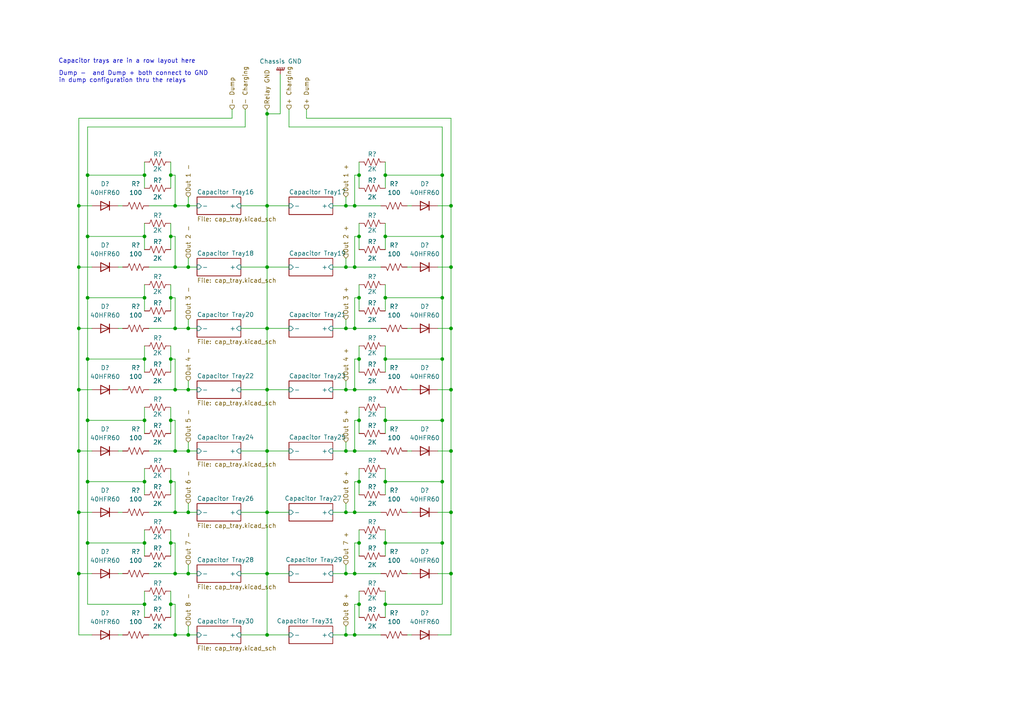
<source format=kicad_sch>
(kicad_sch (version 20231120) (generator "eeschema") (generator_version "8.0")
  (paper "A4")
  (lib_symbols
    (symbol "Device:D" (pin_numbers hide) (pin_names (offset 1.016) hide)
      (property "Reference" "D" (at 0 2.54 0))
      (property "Value" "D" (at 0 -2.54 0))
      (symbol "D_0_1"
        (polyline (pts (xy -1.27 1.27) (xy -1.27 -1.27)) (stroke (width 0.254)))
        (polyline (pts (xy 1.27 0) (xy -1.27 0)))
        (polyline (pts (xy 1.27 1.27) (xy 1.27 -1.27) (xy -1.27 0) (xy 1.27 1.27)) (stroke (width 0.254)))
      )
      (symbol "D_1_1"
        (pin passive line (at -3.81 0 0) (length 2.54) (name "K") (number "1"))
        (pin passive line (at 3.81 0 180) (length 2.54) (name "A") (number "2"))
      )
    )
    (symbol "Device:R_US" (pin_numbers hide) (pin_names (offset 0))
      (property "Reference" "R" (at 2.54 0 90))
      (property "Value" "R_US" (at -2.54 0 90))
      (symbol "R_US_0_1"
        (polyline (pts (xy 0 -2.286) (xy 0 -2.54)))
        (polyline (pts (xy 0 2.286) (xy 0 2.54)))
        (polyline (pts (xy 0 -0.762) (xy 1.016 -1.143) (xy 0 -1.524) (xy -1.016 -1.905) (xy 0 -2.286)))
        (polyline (pts (xy 0 0.762) (xy 1.016 0.381) (xy 0 0) (xy -1.016 -0.381) (xy 0 -0.762)))
        (polyline (pts (xy 0 2.286) (xy 1.016 1.905) (xy 0 1.524) (xy -1.016 1.143) (xy 0 0.762)))
      )
      (symbol "R_US_1_1"
        (pin passive line (at 0 3.81 270) (length 1.27) (name "~") (number "1"))
        (pin passive line (at 0 -3.81 90) (length 1.27) (name "~") (number "2"))
      )
    )
    (symbol "power:GNDPWR" (power) (pin_numbers hide) (pin_names (offset 0) hide)
      (property "Value" "GNDPWR" (at 0 -3.302 0))
      (symbol "GNDPWR_0_1"
        (polyline (pts (xy 0 -1.27) (xy 0 0)))
        (polyline (pts (xy -1.016 -1.27) (xy -1.27 -2.032) (xy -1.27 -2.032)) (stroke (width 0.2032)))
        (polyline (pts (xy -0.508 -1.27) (xy -0.762 -2.032) (xy -0.762 -2.032)) (stroke (width 0.2032)))
        (polyline (pts (xy 0 -1.27) (xy -0.254 -2.032) (xy -0.254 -2.032)) (stroke (width 0.2032)))
        (polyline (pts (xy 0.508 -1.27) (xy 0.254 -2.032) (xy 0.254 -2.032)) (stroke (width 0.2032)))
        (polyline (pts (xy 1.016 -1.27) (xy -1.016 -1.27) (xy -1.016 -1.27)) (stroke (width 0.2032)))
        (polyline (pts (xy 1.016 -1.27) (xy 0.762 -2.032) (xy 0.762 -2.032) (xy 0.762 -2.032)) (stroke (width 0.2032)))
      )
      (symbol "GNDPWR_1_1"
        (pin power_in line (at 0 0 270) (length 0) (name "~") (number "1"))
      )
    )
  )
  (junction (at 77.47 59.69))
  (junction (at 130.81 130.81))
  (junction (at 49.53 157.48))
  (junction (at 100.33 184.15))
  (junction (at 130.81 166.37))
  (junction (at 100.33 95.25))
  (junction (at 49.53 104.14))
  (junction (at 41.91 104.14))
  (junction (at 111.76 68.58))
  (junction (at 128.27 157.48))
  (junction (at 50.8 148.59))
  (junction (at 77.47 113.03))
  (junction (at 49.53 175.26))
  (junction (at 41.91 86.36))
  (junction (at 25.4 68.58))
  (junction (at 54.61 148.59))
  (junction (at 130.81 77.47))
  (junction (at 25.4 50.8))
  (junction (at 50.8 59.69))
  (junction (at 25.4 86.36))
  (junction (at 100.33 59.69))
  (junction (at 102.87 148.59))
  (junction (at 77.47 148.59))
  (junction (at 50.8 130.81))
  (junction (at 102.87 184.15))
  (junction (at 49.53 121.92))
  (junction (at 130.81 95.25))
  (junction (at 102.87 113.03))
  (junction (at 102.87 59.69))
  (junction (at 128.27 50.8))
  (junction (at 104.14 139.7))
  (junction (at 111.76 121.92))
  (junction (at 100.33 113.03))
  (junction (at 111.76 139.7))
  (junction (at 54.61 113.03))
  (junction (at 102.87 130.81))
  (junction (at 111.76 175.26))
  (junction (at 100.33 166.37))
  (junction (at 102.87 166.37))
  (junction (at 41.91 68.58))
  (junction (at 104.14 86.36))
  (junction (at 111.76 104.14))
  (junction (at 54.61 130.81))
  (junction (at 49.53 68.58))
  (junction (at 22.86 59.69))
  (junction (at 111.76 157.48))
  (junction (at 77.47 166.37))
  (junction (at 22.86 148.59))
  (junction (at 41.91 50.8))
  (junction (at 104.14 121.92))
  (junction (at 104.14 68.58))
  (junction (at 100.33 77.47))
  (junction (at 50.8 166.37))
  (junction (at 49.53 139.7))
  (junction (at 54.61 77.47))
  (junction (at 22.86 130.81))
  (junction (at 104.14 175.26))
  (junction (at 111.76 86.36))
  (junction (at 22.86 77.47))
  (junction (at 22.86 95.25))
  (junction (at 111.76 50.8))
  (junction (at 128.27 139.7))
  (junction (at 41.91 121.92))
  (junction (at 54.61 184.15))
  (junction (at 128.27 104.14))
  (junction (at 49.53 50.8))
  (junction (at 77.47 95.25))
  (junction (at 25.4 139.7))
  (junction (at 41.91 157.48))
  (junction (at 54.61 166.37))
  (junction (at 54.61 95.25))
  (junction (at 130.81 113.03))
  (junction (at 50.8 95.25))
  (junction (at 128.27 121.92))
  (junction (at 102.87 77.47))
  (junction (at 100.33 130.81))
  (junction (at 128.27 86.36))
  (junction (at 104.14 50.8))
  (junction (at 77.47 130.81))
  (junction (at 25.4 121.92))
  (junction (at 77.47 184.15))
  (junction (at 25.4 157.48))
  (junction (at 128.27 68.58))
  (junction (at 49.53 86.36))
  (junction (at 50.8 77.47))
  (junction (at 22.86 166.37))
  (junction (at 130.81 148.59))
  (junction (at 41.91 139.7))
  (junction (at 50.8 184.15))
  (junction (at 50.8 113.03))
  (junction (at 77.47 77.47))
  (junction (at 104.14 104.14))
  (junction (at 54.61 59.69))
  (junction (at 104.14 157.48))
  (junction (at 102.87 95.25))
  (junction (at 130.81 59.69))
  (junction (at 22.86 113.03))
  (junction (at 77.47 33.02))
  (junction (at 41.91 175.26))
  (junction (at 25.4 104.14))
  (junction (at 100.33 148.59))
  (wire (pts (xy 111.76 118.11) (xy 111.76 121.92)))
  (wire (pts (xy 49.53 121.92) (xy 50.8 121.92)))
  (wire (pts (xy 128.27 68.58) (xy 128.27 86.36)))
  (wire (pts (xy 102.87 148.59) (xy 100.33 148.59)))
  (wire (pts (xy 130.81 184.15) (xy 127 184.15)))
  (wire (pts (xy 77.47 33.02) (xy 81.28 33.02)))
  (wire (pts (xy 102.87 77.47) (xy 100.33 77.47)))
  (wire (pts (xy 41.91 100.33) (xy 41.91 104.14)))
  (wire (pts (xy 41.91 68.58) (xy 41.91 72.39)))
  (wire (pts (xy 104.14 50.8) (xy 104.14 54.61)))
  (wire (pts (xy 77.47 148.59) (xy 77.47 166.37)))
  (wire (pts (xy 22.86 166.37) (xy 26.67 166.37)))
  (wire (pts (xy 41.91 118.11) (xy 41.91 121.92)))
  (wire (pts (xy 22.86 34.29) (xy 22.86 59.69)))
  (wire (pts (xy 69.85 59.69) (xy 77.47 59.69)))
  (wire (pts (xy 49.53 139.7) (xy 50.8 139.7)))
  (wire (pts (xy 102.87 157.48) (xy 102.87 166.37)))
  (wire (pts (xy 100.33 181.61) (xy 100.33 184.15)))
  (wire (pts (xy 22.86 148.59) (xy 26.67 148.59)))
  (wire (pts (xy 77.47 59.69) (xy 83.82 59.69)))
  (wire (pts (xy 119.38 59.69) (xy 118.11 59.69)))
  (wire (pts (xy 25.4 121.92) (xy 41.91 121.92)))
  (wire (pts (xy 54.61 163.83) (xy 54.61 166.37)))
  (wire (pts (xy 50.8 130.81) (xy 54.61 130.81)))
  (wire (pts (xy 25.4 121.92) (xy 25.4 139.7)))
  (wire (pts (xy 83.82 36.83) (xy 83.82 31.75)))
  (wire (pts (xy 49.53 50.8) (xy 50.8 50.8)))
  (wire (pts (xy 25.4 104.14) (xy 25.4 121.92)))
  (wire (pts (xy 110.49 95.25) (xy 102.87 95.25)))
  (wire (pts (xy 111.76 171.45) (xy 111.76 175.26)))
  (wire (pts (xy 128.27 157.48) (xy 128.27 175.26)))
  (wire (pts (xy 100.33 148.59) (xy 96.52 148.59)))
  (wire (pts (xy 43.18 166.37) (xy 50.8 166.37)))
  (wire (pts (xy 67.31 34.29) (xy 22.86 34.29)))
  (wire (pts (xy 119.38 184.15) (xy 118.11 184.15)))
  (wire (pts (xy 49.53 100.33) (xy 49.53 104.14)))
  (wire (pts (xy 22.86 77.47) (xy 22.86 95.25)))
  (wire (pts (xy 69.85 148.59) (xy 77.47 148.59)))
  (wire (pts (xy 100.33 110.49) (xy 100.33 113.03)))
  (wire (pts (xy 102.87 50.8) (xy 102.87 59.69)))
  (wire (pts (xy 22.86 95.25) (xy 26.67 95.25)))
  (wire (pts (xy 41.91 171.45) (xy 41.91 175.26)))
  (wire (pts (xy 71.12 31.75) (xy 71.12 36.83)))
  (wire (pts (xy 49.53 68.58) (xy 50.8 68.58)))
  (wire (pts (xy 77.47 33.02) (xy 77.47 59.69)))
  (wire (pts (xy 104.14 157.48) (xy 102.87 157.48)))
  (wire (pts (xy 50.8 77.47) (xy 54.61 77.47)))
  (wire (pts (xy 110.49 59.69) (xy 102.87 59.69)))
  (wire (pts (xy 128.27 121.92) (xy 111.76 121.92)))
  (wire (pts (xy 49.53 175.26) (xy 50.8 175.26)))
  (wire (pts (xy 43.18 95.25) (xy 50.8 95.25)))
  (wire (pts (xy 41.91 121.92) (xy 41.91 125.73)))
  (wire (pts (xy 54.61 148.59) (xy 57.15 148.59)))
  (wire (pts (xy 77.47 31.75) (xy 77.47 33.02)))
  (wire (pts (xy 41.91 86.36) (xy 41.91 90.17)))
  (wire (pts (xy 50.8 157.48) (xy 50.8 166.37)))
  (wire (pts (xy 41.91 135.89) (xy 41.91 139.7)))
  (wire (pts (xy 88.9 34.29) (xy 130.81 34.29)))
  (wire (pts (xy 54.61 59.69) (xy 57.15 59.69)))
  (wire (pts (xy 41.91 153.67) (xy 41.91 157.48)))
  (wire (pts (xy 130.81 113.03) (xy 130.81 130.81)))
  (wire (pts (xy 110.49 130.81) (xy 102.87 130.81)))
  (wire (pts (xy 111.76 104.14) (xy 111.76 107.95)))
  (wire (pts (xy 130.81 77.47) (xy 127 77.47)))
  (wire (pts (xy 102.87 166.37) (xy 100.33 166.37)))
  (wire (pts (xy 41.91 64.77) (xy 41.91 68.58)))
  (wire (pts (xy 100.33 92.71) (xy 100.33 95.25)))
  (wire (pts (xy 34.29 130.81) (xy 35.56 130.81)))
  (wire (pts (xy 54.61 74.93) (xy 54.61 77.47)))
  (wire (pts (xy 49.53 104.14) (xy 50.8 104.14)))
  (wire (pts (xy 104.14 175.26) (xy 104.14 179.07)))
  (wire (pts (xy 104.14 64.77) (xy 104.14 68.58)))
  (wire (pts (xy 25.4 68.58) (xy 41.91 68.58)))
  (wire (pts (xy 102.87 130.81) (xy 100.33 130.81)))
  (wire (pts (xy 102.87 95.25) (xy 100.33 95.25)))
  (wire (pts (xy 54.61 95.25) (xy 57.15 95.25)))
  (wire (pts (xy 111.76 157.48) (xy 111.76 161.29)))
  (wire (pts (xy 104.14 175.26) (xy 102.87 175.26)))
  (wire (pts (xy 25.4 157.48) (xy 41.91 157.48)))
  (wire (pts (xy 128.27 68.58) (xy 111.76 68.58)))
  (wire (pts (xy 100.33 128.27) (xy 100.33 130.81)))
  (wire (pts (xy 104.14 104.14) (xy 102.87 104.14)))
  (wire (pts (xy 22.86 130.81) (xy 26.67 130.81)))
  (wire (pts (xy 25.4 36.83) (xy 25.4 50.8)))
  (wire (pts (xy 130.81 166.37) (xy 130.81 184.15)))
  (wire (pts (xy 49.53 153.67) (xy 49.53 157.48)))
  (wire (pts (xy 77.47 148.59) (xy 83.82 148.59)))
  (wire (pts (xy 100.33 166.37) (xy 96.52 166.37)))
  (wire (pts (xy 50.8 104.14) (xy 50.8 113.03)))
  (wire (pts (xy 49.53 82.55) (xy 49.53 86.36)))
  (wire (pts (xy 54.61 130.81) (xy 57.15 130.81)))
  (wire (pts (xy 104.14 46.99) (xy 104.14 50.8)))
  (wire (pts (xy 104.14 86.36) (xy 104.14 90.17)))
  (wire (pts (xy 49.53 64.77) (xy 49.53 68.58)))
  (wire (pts (xy 77.47 130.81) (xy 83.82 130.81)))
  (wire (pts (xy 50.8 175.26) (xy 50.8 184.15)))
  (wire (pts (xy 100.33 184.15) (xy 96.52 184.15)))
  (wire (pts (xy 25.4 175.26) (xy 41.91 175.26)))
  (wire (pts (xy 77.47 113.03) (xy 83.82 113.03)))
  (wire (pts (xy 100.33 77.47) (xy 96.52 77.47)))
  (wire (pts (xy 22.86 113.03) (xy 22.86 130.81)))
  (wire (pts (xy 22.86 166.37) (xy 22.86 184.15)))
  (wire (pts (xy 67.31 31.75) (xy 67.31 34.29)))
  (wire (pts (xy 41.91 104.14) (xy 41.91 107.95)))
  (wire (pts (xy 104.14 135.89) (xy 104.14 139.7)))
  (wire (pts (xy 22.86 113.03) (xy 26.67 113.03)))
  (wire (pts (xy 100.33 163.83) (xy 100.33 166.37)))
  (wire (pts (xy 104.14 157.48) (xy 104.14 161.29)))
  (wire (pts (xy 54.61 146.05) (xy 54.61 148.59)))
  (wire (pts (xy 100.33 57.15) (xy 100.33 59.69)))
  (wire (pts (xy 130.81 59.69) (xy 130.81 77.47)))
  (wire (pts (xy 50.8 86.36) (xy 50.8 95.25)))
  (wire (pts (xy 128.27 36.83) (xy 83.82 36.83)))
  (wire (pts (xy 50.8 148.59) (xy 54.61 148.59)))
  (wire (pts (xy 41.91 46.99) (xy 41.91 50.8)))
  (wire (pts (xy 43.18 59.69) (xy 50.8 59.69)))
  (wire (pts (xy 119.38 130.81) (xy 118.11 130.81)))
  (wire (pts (xy 50.8 113.03) (xy 54.61 113.03)))
  (wire (pts (xy 54.61 181.61) (xy 54.61 184.15)))
  (wire (pts (xy 110.49 113.03) (xy 102.87 113.03)))
  (wire (pts (xy 49.53 118.11) (xy 49.53 121.92)))
  (wire (pts (xy 111.76 82.55) (xy 111.76 86.36)))
  (wire (pts (xy 77.47 130.81) (xy 77.47 148.59)))
  (wire (pts (xy 41.91 139.7) (xy 41.91 143.51)))
  (wire (pts (xy 43.18 77.47) (xy 50.8 77.47)))
  (wire (pts (xy 49.53 50.8) (xy 49.53 54.61)))
  (wire (pts (xy 49.53 157.48) (xy 49.53 161.29)))
  (wire (pts (xy 43.18 148.59) (xy 50.8 148.59)))
  (wire (pts (xy 104.14 86.36) (xy 102.87 86.36)))
  (wire (pts (xy 100.33 146.05) (xy 100.33 148.59)))
  (wire (pts (xy 41.91 175.26) (xy 41.91 179.07)))
  (wire (pts (xy 128.27 86.36) (xy 128.27 104.14)))
  (wire (pts (xy 130.81 77.47) (xy 130.81 95.25)))
  (wire (pts (xy 41.91 82.55) (xy 41.91 86.36)))
  (wire (pts (xy 130.81 113.03) (xy 127 113.03)))
  (wire (pts (xy 54.61 184.15) (xy 57.15 184.15)))
  (wire (pts (xy 130.81 166.37) (xy 127 166.37)))
  (wire (pts (xy 110.49 77.47) (xy 102.87 77.47)))
  (wire (pts (xy 54.61 113.03) (xy 57.15 113.03)))
  (wire (pts (xy 34.29 148.59) (xy 35.56 148.59)))
  (wire (pts (xy 104.14 121.92) (xy 104.14 125.73)))
  (wire (pts (xy 119.38 166.37) (xy 118.11 166.37)))
  (wire (pts (xy 22.86 130.81) (xy 22.86 148.59)))
  (wire (pts (xy 110.49 166.37) (xy 102.87 166.37)))
  (wire (pts (xy 50.8 95.25) (xy 54.61 95.25)))
  (wire (pts (xy 25.4 36.83) (xy 71.12 36.83)))
  (wire (pts (xy 77.47 77.47) (xy 83.82 77.47)))
  (wire (pts (xy 34.29 95.25) (xy 35.56 95.25)))
  (wire (pts (xy 43.18 113.03) (xy 50.8 113.03)))
  (wire (pts (xy 104.14 50.8) (xy 102.87 50.8)))
  (wire (pts (xy 41.91 157.48) (xy 41.91 161.29)))
  (wire (pts (xy 77.47 77.47) (xy 77.47 95.25)))
  (wire (pts (xy 100.33 59.69) (xy 96.52 59.69)))
  (wire (pts (xy 49.53 139.7) (xy 49.53 143.51)))
  (wire (pts (xy 34.29 77.47) (xy 35.56 77.47)))
  (wire (pts (xy 104.14 121.92) (xy 102.87 121.92)))
  (wire (pts (xy 43.18 184.15) (xy 50.8 184.15)))
  (wire (pts (xy 104.14 100.33) (xy 104.14 104.14)))
  (wire (pts (xy 111.76 46.99) (xy 111.76 50.8)))
  (wire (pts (xy 77.47 95.25) (xy 83.82 95.25)))
  (wire (pts (xy 49.53 46.99) (xy 49.53 50.8)))
  (wire (pts (xy 34.29 184.15) (xy 35.56 184.15)))
  (wire (pts (xy 77.47 95.25) (xy 77.47 113.03)))
  (wire (pts (xy 104.14 139.7) (xy 102.87 139.7)))
  (wire (pts (xy 128.27 50.8) (xy 111.76 50.8)))
  (wire (pts (xy 50.8 166.37) (xy 54.61 166.37)))
  (wire (pts (xy 50.8 68.58) (xy 50.8 77.47)))
  (wire (pts (xy 102.87 68.58) (xy 102.87 77.47)))
  (wire (pts (xy 128.27 139.7) (xy 128.27 157.48)))
  (wire (pts (xy 69.85 77.47) (xy 77.47 77.47)))
  (wire (pts (xy 104.14 82.55) (xy 104.14 86.36)))
  (wire (pts (xy 100.33 74.93) (xy 100.33 77.47)))
  (wire (pts (xy 25.4 139.7) (xy 25.4 157.48)))
  (wire (pts (xy 119.38 148.59) (xy 118.11 148.59)))
  (wire (pts (xy 130.81 95.25) (xy 130.81 113.03)))
  (wire (pts (xy 104.14 68.58) (xy 104.14 72.39)))
  (wire (pts (xy 100.33 113.03) (xy 96.52 113.03)))
  (wire (pts (xy 128.27 157.48) (xy 111.76 157.48)))
  (wire (pts (xy 102.87 113.03) (xy 100.33 113.03)))
  (wire (pts (xy 49.53 157.48) (xy 50.8 157.48)))
  (wire (pts (xy 25.4 157.48) (xy 25.4 175.26)))
  (wire (pts (xy 22.86 148.59) (xy 22.86 166.37)))
  (wire (pts (xy 111.76 139.7) (xy 111.76 143.51)))
  (wire (pts (xy 77.47 59.69) (xy 77.47 77.47)))
  (wire (pts (xy 77.47 113.03) (xy 77.47 130.81)))
  (wire (pts (xy 128.27 121.92) (xy 128.27 139.7)))
  (wire (pts (xy 130.81 130.81) (xy 127 130.81)))
  (wire (pts (xy 25.4 104.14) (xy 41.91 104.14)))
  (wire (pts (xy 111.76 121.92) (xy 111.76 125.73)))
  (wire (pts (xy 22.86 77.47) (xy 26.67 77.47)))
  (wire (pts (xy 49.53 104.14) (xy 49.53 107.95)))
  (wire (pts (xy 49.53 171.45) (xy 49.53 175.26)))
  (wire (pts (xy 102.87 86.36) (xy 102.87 95.25)))
  (wire (pts (xy 128.27 104.14) (xy 111.76 104.14)))
  (wire (pts (xy 88.9 34.29) (xy 88.9 31.75)))
  (wire (pts (xy 43.18 130.81) (xy 50.8 130.81)))
  (wire (pts (xy 110.49 184.15) (xy 102.87 184.15)))
  (wire (pts (xy 69.85 113.03) (xy 77.47 113.03)))
  (wire (pts (xy 41.91 50.8) (xy 41.91 54.61)))
  (wire (pts (xy 111.76 135.89) (xy 111.76 139.7)))
  (wire (pts (xy 49.53 86.36) (xy 49.53 90.17)))
  (wire (pts (xy 104.14 139.7) (xy 104.14 143.51)))
  (wire (pts (xy 111.76 50.8) (xy 111.76 54.61)))
  (wire (pts (xy 110.49 148.59) (xy 102.87 148.59)))
  (wire (pts (xy 102.87 184.15) (xy 100.33 184.15)))
  (wire (pts (xy 49.53 86.36) (xy 50.8 86.36)))
  (wire (pts (xy 54.61 57.15) (xy 54.61 59.69)))
  (wire (pts (xy 111.76 86.36) (xy 111.76 90.17)))
  (wire (pts (xy 22.86 59.69) (xy 22.86 77.47)))
  (wire (pts (xy 130.81 148.59) (xy 127 148.59)))
  (wire (pts (xy 25.4 50.8) (xy 41.91 50.8)))
  (wire (pts (xy 81.28 21.59) (xy 81.28 33.02)))
  (wire (pts (xy 25.4 86.36) (xy 41.91 86.36)))
  (wire (pts (xy 54.61 92.71) (xy 54.61 95.25)))
  (wire (pts (xy 50.8 59.69) (xy 54.61 59.69)))
  (wire (pts (xy 34.29 166.37) (xy 35.56 166.37)))
  (wire (pts (xy 49.53 135.89) (xy 49.53 139.7)))
  (wire (pts (xy 102.87 139.7) (xy 102.87 148.59)))
  (wire (pts (xy 119.38 77.47) (xy 118.11 77.47)))
  (wire (pts (xy 119.38 113.03) (xy 118.11 113.03)))
  (wire (pts (xy 128.27 50.8) (xy 128.27 68.58)))
  (wire (pts (xy 50.8 139.7) (xy 50.8 148.59)))
  (wire (pts (xy 128.27 104.14) (xy 128.27 121.92)))
  (wire (pts (xy 54.61 110.49) (xy 54.61 113.03)))
  (wire (pts (xy 102.87 104.14) (xy 102.87 113.03)))
  (wire (pts (xy 34.29 113.03) (xy 35.56 113.03)))
  (wire (pts (xy 100.33 130.81) (xy 96.52 130.81)))
  (wire (pts (xy 77.47 166.37) (xy 83.82 166.37)))
  (wire (pts (xy 77.47 184.15) (xy 83.82 184.15)))
  (wire (pts (xy 69.85 95.25) (xy 77.47 95.25)))
  (wire (pts (xy 111.76 175.26) (xy 111.76 179.07)))
  (wire (pts (xy 25.4 139.7) (xy 41.91 139.7)))
  (wire (pts (xy 128.27 86.36) (xy 111.76 86.36)))
  (wire (pts (xy 49.53 68.58) (xy 49.53 72.39)))
  (wire (pts (xy 102.87 59.69) (xy 100.33 59.69)))
  (wire (pts (xy 25.4 68.58) (xy 25.4 86.36)))
  (wire (pts (xy 54.61 77.47) (xy 57.15 77.47)))
  (wire (pts (xy 77.47 166.37) (xy 77.47 184.15)))
  (wire (pts (xy 128.27 36.83) (xy 128.27 50.8)))
  (wire (pts (xy 69.85 184.15) (xy 77.47 184.15)))
  (wire (pts (xy 102.87 121.92) (xy 102.87 130.81)))
  (wire (pts (xy 104.14 153.67) (xy 104.14 157.48)))
  (wire (pts (xy 111.76 100.33) (xy 111.76 104.14)))
  (wire (pts (xy 69.85 130.81) (xy 77.47 130.81)))
  (wire (pts (xy 111.76 68.58) (xy 111.76 72.39)))
  (wire (pts (xy 34.29 59.69) (xy 35.56 59.69)))
  (wire (pts (xy 50.8 50.8) (xy 50.8 59.69)))
  (wire (pts (xy 54.61 128.27) (xy 54.61 130.81)))
  (wire (pts (xy 111.76 64.77) (xy 111.76 68.58)))
  (wire (pts (xy 104.14 118.11) (xy 104.14 121.92)))
  (wire (pts (xy 130.81 148.59) (xy 130.81 166.37)))
  (wire (pts (xy 25.4 86.36) (xy 25.4 104.14)))
  (wire (pts (xy 102.87 175.26) (xy 102.87 184.15)))
  (wire (pts (xy 128.27 139.7) (xy 111.76 139.7)))
  (wire (pts (xy 104.14 68.58) (xy 102.87 68.58)))
  (wire (pts (xy 130.81 34.29) (xy 130.81 59.69)))
  (wire (pts (xy 130.81 130.81) (xy 130.81 148.59)))
  (wire (pts (xy 54.61 166.37) (xy 57.15 166.37)))
  (wire (pts (xy 130.81 95.25) (xy 127 95.25)))
  (wire (pts (xy 25.4 50.8) (xy 25.4 68.58)))
  (wire (pts (xy 22.86 95.25) (xy 22.86 113.03)))
  (wire (pts (xy 119.38 95.25) (xy 118.11 95.25)))
  (wire (pts (xy 50.8 184.15) (xy 54.61 184.15)))
  (wire (pts (xy 111.76 153.67) (xy 111.76 157.48)))
  (wire (pts (xy 22.86 59.69) (xy 26.67 59.69)))
  (wire (pts (xy 128.27 175.26) (xy 111.76 175.26)))
  (wire (pts (xy 49.53 175.26) (xy 49.53 179.07)))
  (wire (pts (xy 69.85 166.37) (xy 77.47 166.37)))
  (wire (pts (xy 22.86 184.15) (xy 26.67 184.15)))
  (wire (pts (xy 100.33 95.25) (xy 96.52 95.25)))
  (wire (pts (xy 130.81 59.69) (xy 127 59.69)))
  (wire (pts (xy 49.53 121.92) (xy 49.53 125.73)))
  (wire (pts (xy 104.14 171.45) (xy 104.14 175.26)))
  (wire (pts (xy 50.8 121.92) (xy 50.8 130.81)))
  (wire (pts (xy 104.14 104.14) (xy 104.14 107.95)))
  (text "Capacitor trays are in a row layout here" (at 36.83 17.78 0) (effects (font (size 1.27 1.27))))
  (text "Dump -  and Dump + both connect to GND\nin dump configuration thru the relays" (at 17.018 22.352 0) (effects (font (size 1.27 1.27)) (justify left)))
  (hierarchical_label "Out 7 +" (shape input) (at 100.33 163.83 90))
  (hierarchical_label "+ Charging" (shape input) (at 83.82 31.75 90))
  (hierarchical_label "Out 3 -" (shape input) (at 54.61 92.71 90))
  (hierarchical_label "Out 6 +" (shape input) (at 100.33 146.05 90))
  (hierarchical_label "Relay GND" (shape input) (at 77.47 31.75 90))
  (hierarchical_label "Out 4 +" (shape input) (at 100.33 110.49 90))
  (hierarchical_label "- Dump" (shape input) (at 67.31 31.75 90))
  (hierarchical_label "Out 8 +" (shape input) (at 100.33 181.61 90))
  (hierarchical_label "Out 4 -" (shape input) (at 54.61 110.49 90))
  (hierarchical_label "Out 2 -" (shape input) (at 54.61 74.93 90))
  (hierarchical_label "+ Dump" (shape input) (at 88.9 31.75 90))
  (hierarchical_label "- Charging" (shape input) (at 71.12 31.75 90))
  (hierarchical_label "Out 8 -" (shape input) (at 54.61 181.61 90))
  (hierarchical_label "Out 5 +" (shape input) (at 100.33 128.27 90))
  (hierarchical_label "Out 1 +" (shape input) (at 100.33 57.15 90))
  (hierarchical_label "Out 1 -" (shape input) (at 54.61 57.15 90))
  (hierarchical_label "Out 2 +" (shape input) (at 100.33 74.93 90))
  (hierarchical_label "Out 7 -" (shape input) (at 54.61 163.83 90))
  (hierarchical_label "Out 3 +" (shape input) (at 100.33 92.71 90))
  (hierarchical_label "Out 5 -" (shape input) (at 54.61 128.27 90))
  (hierarchical_label "Out 6 -" (shape input) (at 54.61 146.05 90))
  (symbol (lib_id "Device:R_US") (at 45.72 153.67 90) (unit 1)
    (property "Reference" "R?" (at 45.72 151.384 90))
    (property "Value" "2K" (at 45.72 155.702 90))
    (property "Description" "Resistor, US symbol" (effects (hide yes)))
  )
  (symbol (lib_id "Device:R_US") (at 39.37 59.69 90) (unit 1)
    (property "Reference" "R?" (at 39.37 53.34 90))
    (property "Value" "100" (at 39.37 55.88 90))
    (property "Description" "Resistor, US symbol" (effects (hide yes)))
  )
  (symbol (lib_id "Device:R_US") (at 45.72 46.99 90) (unit 1)
    (property "Reference" "R?" (at 45.72 44.704 90))
    (property "Value" "2K" (at 45.72 49.022 90))
    (property "Description" "Resistor, US symbol" (effects (hide yes)))
  )
  (symbol (lib_id "Device:D") (at 30.48 113.03 180) (unit 1)
    (property "Reference" "D?" (at 30.48 106.68 0))
    (property "Value" "40HFR60" (at 30.48 109.22 0))
    (property "Description" "Diode" (effects (hide yes)))
    (property "Sim.Device" "D" (effects (hide yes)))
    (property "Sim.Pins" "1=K 2=A" (effects (hide yes)))
  )
  (symbol (lib_id "Device:R_US") (at 45.72 82.55 90) (unit 1)
    (property "Reference" "R?" (at 45.72 80.264 90))
    (property "Value" "2K" (at 45.72 84.582 90))
    (property "Description" "Resistor, US symbol" (effects (hide yes)))
  )
  (symbol (lib_id "Device:D") (at 123.19 95.25 0) (mirror y) (unit 1)
    (property "Reference" "D?" (at 123.19 88.9 0))
    (property "Value" "40HFR60" (at 123.19 91.44 0))
    (property "Description" "Diode" (effects (hide yes)))
    (property "Sim.Device" "D" (effects (hide yes)))
    (property "Sim.Pins" "1=K 2=A" (effects (hide yes)))
  )
  (symbol (lib_id "Device:D") (at 30.48 95.25 180) (unit 1)
    (property "Reference" "D?" (at 30.48 88.9 0))
    (property "Value" "40HFR60" (at 30.48 91.44 0))
    (property "Description" "Diode" (effects (hide yes)))
    (property "Sim.Device" "D" (effects (hide yes)))
    (property "Sim.Pins" "1=K 2=A" (effects (hide yes)))
  )
  (symbol (lib_id "Device:R_US") (at 107.95 179.07 270) (mirror x) (unit 1)
    (property "Reference" "R?" (at 107.95 176.784 90))
    (property "Value" "2K" (at 107.95 181.61 90))
    (property "Description" "Resistor, US symbol" (effects (hide yes)))
  )
  (symbol (lib_id "Device:D") (at 30.48 130.81 180) (unit 1)
    (property "Reference" "D?" (at 30.48 124.46 0))
    (property "Value" "40HFR60" (at 30.48 127 0))
    (property "Description" "Diode" (effects (hide yes)))
    (property "Sim.Device" "D" (effects (hide yes)))
    (property "Sim.Pins" "1=K 2=A" (effects (hide yes)))
  )
  (symbol (lib_id "Device:R_US") (at 45.72 179.07 90) (unit 1)
    (property "Reference" "R?" (at 45.72 176.784 90))
    (property "Value" "2K" (at 45.72 181.61 90))
    (property "Description" "Resistor, US symbol" (effects (hide yes)))
  )
  (symbol (lib_id "Device:R_US") (at 107.95 46.99 270) (mirror x) (unit 1)
    (property "Reference" "R?" (at 107.95 44.704 90))
    (property "Value" "2K" (at 107.95 49.022 90))
    (property "Description" "Resistor, US symbol" (effects (hide yes)))
  )
  (symbol (lib_id "Device:D") (at 30.48 184.15 180) (unit 1)
    (property "Reference" "D?" (at 30.48 177.8 0))
    (property "Value" "40HFR60" (at 30.48 180.34 0))
    (property "Description" "Diode" (effects (hide yes)))
    (property "Sim.Device" "D" (effects (hide yes)))
    (property "Sim.Pins" "1=K 2=A" (effects (hide yes)))
  )
  (symbol (lib_id "Device:R_US") (at 39.37 95.25 90) (unit 1)
    (property "Reference" "R?" (at 39.37 88.9 90))
    (property "Value" "100" (at 39.37 91.44 90))
    (property "Description" "Resistor, US symbol" (effects (hide yes)))
  )
  (symbol (lib_id "Device:R_US") (at 45.72 90.17 90) (unit 1)
    (property "Reference" "R?" (at 45.72 87.884 90))
    (property "Value" "2K" (at 45.72 92.71 90))
    (property "Description" "Resistor, US symbol" (effects (hide yes)))
  )
  (symbol (lib_id "Device:R_US") (at 107.95 72.39 270) (mirror x) (unit 1)
    (property "Reference" "R?" (at 107.95 70.104 90))
    (property "Value" "2K" (at 107.95 74.93 90))
    (property "Description" "Resistor, US symbol" (effects (hide yes)))
  )
  (symbol (lib_id "Device:R_US") (at 39.37 148.59 90) (unit 1)
    (property "Reference" "R?" (at 39.37 142.24 90))
    (property "Value" "100" (at 39.37 144.78 90))
    (property "Description" "Resistor, US symbol" (effects (hide yes)))
  )
  (symbol (lib_id "Device:D") (at 30.48 77.47 180) (unit 1)
    (property "Reference" "D?" (at 30.48 71.12 0))
    (property "Value" "40HFR60" (at 30.48 73.66 0))
    (property "Description" "Diode" (effects (hide yes)))
    (property "Sim.Device" "D" (effects (hide yes)))
    (property "Sim.Pins" "1=K 2=A" (effects (hide yes)))
  )
  (symbol (lib_id "Device:R_US") (at 45.72 54.61 90) (unit 1)
    (property "Reference" "R?" (at 45.72 52.324 90))
    (property "Value" "2K" (at 45.72 57.15 90))
    (property "Description" "Resistor, US symbol" (effects (hide yes)))
  )
  (symbol (lib_id "Device:R_US") (at 107.95 143.51 270) (mirror x) (unit 1)
    (property "Reference" "R?" (at 107.95 141.224 90))
    (property "Value" "2K" (at 107.95 146.05 90))
    (property "Description" "Resistor, US symbol" (effects (hide yes)))
  )
  (symbol (lib_id "Device:D") (at 123.19 113.03 0) (mirror y) (unit 1)
    (property "Reference" "D?" (at 123.19 106.68 0))
    (property "Value" "40HFR60" (at 123.19 109.22 0))
    (property "Description" "Diode" (effects (hide yes)))
    (property "Sim.Device" "D" (effects (hide yes)))
    (property "Sim.Pins" "1=K 2=A" (effects (hide yes)))
  )
  (symbol (lib_id "Device:R_US") (at 39.37 130.81 90) (unit 1)
    (property "Reference" "R?" (at 39.37 124.46 90))
    (property "Value" "100" (at 39.37 127 90))
    (property "Description" "Resistor, US symbol" (effects (hide yes)))
  )
  (symbol (lib_id "Device:R_US") (at 45.72 161.29 90) (unit 1)
    (property "Reference" "R?" (at 45.72 159.004 90))
    (property "Value" "2K" (at 45.72 163.83 90))
    (property "Description" "Resistor, US symbol" (effects (hide yes)))
  )
  (symbol (lib_id "Device:R_US") (at 114.3 130.81 270) (mirror x) (unit 1)
    (property "Reference" "R?" (at 114.3 124.46 90))
    (property "Value" "100" (at 114.3 127 90))
    (property "Description" "Resistor, US symbol" (effects (hide yes)))
  )
  (symbol (lib_id "Device:D") (at 30.48 59.69 180) (unit 1)
    (property "Reference" "D?" (at 30.48 53.34 0))
    (property "Value" "40HFR60" (at 30.48 55.88 0))
    (property "Description" "Diode" (effects (hide yes)))
    (property "Sim.Device" "D" (effects (hide yes)))
    (property "Sim.Pins" "1=K 2=A" (effects (hide yes)))
  )
  (symbol (lib_id "Device:D") (at 123.19 77.47 0) (mirror y) (unit 1)
    (property "Reference" "D?" (at 123.19 71.12 0))
    (property "Value" "40HFR60" (at 123.19 73.66 0))
    (property "Description" "Diode" (effects (hide yes)))
    (property "Sim.Device" "D" (effects (hide yes)))
    (property "Sim.Pins" "1=K 2=A" (effects (hide yes)))
  )
  (symbol (lib_id "Device:R_US") (at 114.3 184.15 270) (mirror x) (unit 1)
    (property "Reference" "R?" (at 114.3 177.8 90))
    (property "Value" "100" (at 114.3 180.34 90))
    (property "Description" "Resistor, US symbol" (effects (hide yes)))
  )
  (symbol (lib_id "Device:R_US") (at 114.3 95.25 270) (mirror x) (unit 1)
    (property "Reference" "R?" (at 114.3 88.9 90))
    (property "Value" "100" (at 114.3 91.44 90))
    (property "Description" "Resistor, US symbol" (effects (hide yes)))
  )
  (symbol (lib_id "Device:D") (at 30.48 166.37 180) (unit 1)
    (property "Reference" "D?" (at 30.48 160.02 0))
    (property "Value" "40HFR60" (at 30.48 162.56 0))
    (property "Description" "Diode" (effects (hide yes)))
    (property "Sim.Device" "D" (effects (hide yes)))
    (property "Sim.Pins" "1=K 2=A" (effects (hide yes)))
  )
  (symbol (lib_id "Device:R_US") (at 39.37 77.47 90) (unit 1)
    (property "Reference" "R?" (at 39.37 71.12 90))
    (property "Value" "100" (at 39.37 73.66 90))
    (property "Description" "Resistor, US symbol" (effects (hide yes)))
  )
  (symbol (lib_id "Device:R_US") (at 107.95 90.17 270) (mirror x) (unit 1)
    (property "Reference" "R?" (at 107.95 87.884 90))
    (property "Value" "2K" (at 107.95 92.71 90))
    (property "Description" "Resistor, US symbol" (effects (hide yes)))
  )
  (symbol (lib_id "Device:R_US") (at 107.95 118.11 270) (mirror x) (unit 1)
    (property "Reference" "R?" (at 107.95 115.824 90))
    (property "Value" "2K" (at 107.95 120.142 90))
    (property "Description" "Resistor, US symbol" (effects (hide yes)))
  )
  (symbol (lib_id "Device:R_US") (at 45.72 107.95 90) (unit 1)
    (property "Reference" "R?" (at 45.72 105.664 90))
    (property "Value" "2K" (at 45.72 110.49 90))
    (property "Description" "Resistor, US symbol" (effects (hide yes)))
  )
  (symbol (lib_id "Device:R_US") (at 107.95 125.73 270) (mirror x) (unit 1)
    (property "Reference" "R?" (at 107.95 123.444 90))
    (property "Value" "2K" (at 107.95 128.27 90))
    (property "Description" "Resistor, US symbol" (effects (hide yes)))
  )
  (symbol (lib_id "Device:R_US") (at 114.3 166.37 270) (mirror x) (unit 1)
    (property "Reference" "R?" (at 114.3 160.02 90))
    (property "Value" "100" (at 114.3 162.56 90))
    (property "Description" "Resistor, US symbol" (effects (hide yes)))
  )
  (symbol (lib_id "Device:R_US") (at 39.37 113.03 90) (unit 1)
    (property "Reference" "R?" (at 39.37 106.68 90))
    (property "Value" "100" (at 39.37 109.22 90))
    (property "Description" "Resistor, US symbol" (effects (hide yes)))
  )
  (symbol (lib_id "Device:D") (at 123.19 130.81 0) (mirror y) (unit 1)
    (property "Reference" "D?" (at 123.19 124.46 0))
    (property "Value" "40HFR60" (at 123.19 127 0))
    (property "Description" "Diode" (effects (hide yes)))
    (property "Sim.Device" "D" (effects (hide yes)))
    (property "Sim.Pins" "1=K 2=A" (effects (hide yes)))
  )
  (symbol (lib_id "power:GNDPWR") (at 81.28 21.59 180) (unit 1)
    (property "Reference" "#PWR02" (effects (hide yes)))
    (property "Value" "Chassis GND" (at 81.407 17.78 0))
    (property "Description" "Power symbol creates a global label with name \"GNDPWR\" , global ground" (effects (hide yes)))
    (instances (project "Power_Systems_Complete" (path "" (reference "#PWR02") (unit 1)) (path "" (reference "#PWR0346") (unit 1)) (path "" (reference "#PWR0281") (unit 1))))
  )
  (symbol (lib_id "Device:R_US") (at 45.72 135.89 90) (unit 1)
    (property "Reference" "R?" (at 45.72 133.604 90))
    (property "Value" "2K" (at 45.72 137.922 90))
    (property "Description" "Resistor, US symbol" (effects (hide yes)))
  )
  (symbol (lib_id "Device:R_US") (at 114.3 59.69 270) (mirror x) (unit 1)
    (property "Reference" "R?" (at 114.3 53.34 90))
    (property "Value" "100" (at 114.3 55.88 90))
    (property "Description" "Resistor, US symbol" (effects (hide yes)))
  )
  (symbol (lib_id "Device:D") (at 123.19 166.37 0) (mirror y) (unit 1)
    (property "Reference" "D?" (at 123.19 160.02 0))
    (property "Value" "40HFR60" (at 123.19 162.56 0))
    (property "Description" "Diode" (effects (hide yes)))
    (property "Sim.Device" "D" (effects (hide yes)))
    (property "Sim.Pins" "1=K 2=A" (effects (hide yes)))
  )
  (symbol (lib_id "Device:R_US") (at 107.95 161.29 270) (mirror x) (unit 1)
    (property "Reference" "R?" (at 107.95 159.004 90))
    (property "Value" "2K" (at 107.95 163.83 90))
    (property "Description" "Resistor, US symbol" (effects (hide yes)))
  )
  (symbol (lib_id "Device:R_US") (at 107.95 64.77 270) (mirror x) (unit 1)
    (property "Reference" "R?" (at 107.95 62.484 90))
    (property "Value" "2K" (at 107.95 66.802 90))
    (property "Description" "Resistor, US symbol" (effects (hide yes)))
  )
  (symbol (lib_id "Device:R_US") (at 45.72 171.45 90) (unit 1)
    (property "Reference" "R?" (at 45.72 169.164 90))
    (property "Value" "2K" (at 45.72 173.482 90))
    (property "Description" "Resistor, US symbol" (effects (hide yes)))
  )
  (symbol (lib_id "Device:R_US") (at 107.95 171.45 270) (mirror x) (unit 1)
    (property "Reference" "R?" (at 107.95 169.164 90))
    (property "Value" "2K" (at 107.95 173.482 90))
    (property "Description" "Resistor, US symbol" (effects (hide yes)))
  )
  (symbol (lib_id "Device:R_US") (at 107.95 100.33 270) (mirror x) (unit 1)
    (property "Reference" "R?" (at 107.95 98.044 90))
    (property "Value" "2K" (at 107.95 102.362 90))
    (property "Description" "Resistor, US symbol" (effects (hide yes)))
  )
  (symbol (lib_id "Device:R_US") (at 107.95 82.55 270) (mirror x) (unit 1)
    (property "Reference" "R?" (at 107.95 80.264 90))
    (property "Value" "2K" (at 107.95 84.582 90))
    (property "Description" "Resistor, US symbol" (effects (hide yes)))
  )
  (symbol (lib_id "Device:R_US") (at 45.72 100.33 90) (unit 1)
    (property "Reference" "R?" (at 45.72 98.044 90))
    (property "Value" "2K" (at 45.72 102.362 90))
    (property "Description" "Resistor, US symbol" (effects (hide yes)))
  )
  (symbol (lib_id "Device:D") (at 123.19 148.59 0) (mirror y) (unit 1)
    (property "Reference" "D?" (at 123.19 142.24 0))
    (property "Value" "40HFR60" (at 123.19 144.78 0))
    (property "Description" "Diode" (effects (hide yes)))
    (property "Sim.Device" "D" (effects (hide yes)))
    (property "Sim.Pins" "1=K 2=A" (effects (hide yes)))
  )
  (symbol (lib_id "Device:D") (at 123.19 59.69 0) (mirror y) (unit 1)
    (property "Reference" "D?" (at 123.19 53.34 0))
    (property "Value" "40HFR60" (at 123.19 55.88 0))
    (property "Description" "Diode" (effects (hide yes)))
    (property "Sim.Device" "D" (effects (hide yes)))
    (property "Sim.Pins" "1=K 2=A" (effects (hide yes)))
  )
  (symbol (lib_id "Device:R_US") (at 45.72 72.39 90) (unit 1)
    (property "Reference" "R?" (at 45.72 70.104 90))
    (property "Value" "2K" (at 45.72 74.93 90))
    (property "Description" "Resistor, US symbol" (effects (hide yes)))
  )
  (symbol (lib_id "Device:R_US") (at 45.72 143.51 90) (unit 1)
    (property "Reference" "R?" (at 45.72 141.224 90))
    (property "Value" "2K" (at 45.72 146.05 90))
    (property "Description" "Resistor, US symbol" (effects (hide yes)))
  )
  (symbol (lib_id "Device:R_US") (at 114.3 148.59 270) (mirror x) (unit 1)
    (property "Reference" "R?" (at 114.3 142.24 90))
    (property "Value" "100" (at 114.3 144.78 90))
    (property "Description" "Resistor, US symbol" (effects (hide yes)))
  )
  (symbol (lib_id "Device:R_US") (at 45.72 64.77 90) (unit 1)
    (property "Reference" "R?" (at 45.72 62.484 90))
    (property "Value" "2K" (at 45.72 66.802 90))
    (property "Description" "Resistor, US symbol" (effects (hide yes)))
  )
  (symbol (lib_id "Device:R_US") (at 107.95 107.95 270) (mirror x) (unit 1)
    (property "Reference" "R?" (at 107.95 105.664 90))
    (property "Value" "2K" (at 107.95 110.49 90))
    (property "Description" "Resistor, US symbol" (effects (hide yes)))
  )
  (symbol (lib_id "Device:R_US") (at 45.72 118.11 90) (unit 1)
    (property "Reference" "R?" (at 45.72 115.824 90))
    (property "Value" "2K" (at 45.72 120.142 90))
    (property "Description" "Resistor, US symbol" (effects (hide yes)))
  )
  (symbol (lib_id "Device:R_US") (at 107.95 54.61 270) (mirror x) (unit 1)
    (property "Reference" "R?" (at 107.95 52.324 90))
    (property "Value" "2K" (at 107.95 57.15 90))
    (property "Description" "Resistor, US symbol" (effects (hide yes)))
  )
  (symbol (lib_id "Device:R_US") (at 107.95 135.89 270) (mirror x) (unit 1)
    (property "Reference" "R?" (at 107.95 133.604 90))
    (property "Value" "2K" (at 107.95 137.922 90))
    (property "Description" "Resistor, US symbol" (effects (hide yes)))
  )
  (symbol (lib_id "Device:R_US") (at 39.37 166.37 90) (unit 1)
    (property "Reference" "R?" (at 39.37 160.02 90))
    (property "Value" "100" (at 39.37 162.56 90))
    (property "Description" "Resistor, US symbol" (effects (hide yes)))
  )
  (symbol (lib_id "Device:R_US") (at 45.72 125.73 90) (unit 1)
    (property "Reference" "R?" (at 45.72 123.444 90))
    (property "Value" "2K" (at 45.72 128.27 90))
    (property "Description" "Resistor, US symbol" (effects (hide yes)))
  )
  (symbol (lib_id "Device:R_US") (at 107.95 153.67 270) (mirror x) (unit 1)
    (property "Reference" "R?" (at 107.95 151.384 90))
    (property "Value" "2K" (at 107.95 155.702 90))
    (property "Description" "Resistor, US symbol" (effects (hide yes)))
  )
  (symbol (lib_id "Device:D") (at 30.48 148.59 180) (unit 1)
    (property "Reference" "D?" (at 30.48 142.24 0))
    (property "Value" "40HFR60" (at 30.48 144.78 0))
    (property "Description" "Diode" (effects (hide yes)))
    (property "Sim.Device" "D" (effects (hide yes)))
    (property "Sim.Pins" "1=K 2=A" (effects (hide yes)))
  )
  (symbol (lib_id "Device:R_US") (at 114.3 113.03 270) (mirror x) (unit 1)
    (property "Reference" "R?" (at 114.3 106.68 90))
    (property "Value" "100" (at 114.3 109.22 90))
    (property "Description" "Resistor, US symbol" (effects (hide yes)))
  )
  (symbol (lib_id "Device:D") (at 123.19 184.15 0) (mirror y) (unit 1)
    (property "Reference" "D?" (at 123.19 177.8 0))
    (property "Value" "40HFR60" (at 123.19 180.34 0))
    (property "Description" "Diode" (effects (hide yes)))
    (property "Sim.Device" "D" (effects (hide yes)))
    (property "Sim.Pins" "1=K 2=A" (effects (hide yes)))
  )
  (symbol (lib_id "Device:R_US") (at 39.37 184.15 90) (unit 1)
    (property "Reference" "R?" (at 39.37 177.8 90))
    (property "Value" "100" (at 39.37 180.34 90))
    (property "Description" "Resistor, US symbol" (effects (hide yes)))
  )
  (symbol (lib_id "Device:R_US") (at 114.3 77.47 270) (mirror x) (unit 1)
    (property "Reference" "R?" (at 114.3 71.12 90))
    (property "Value" "100" (at 114.3 73.66 90))
    (property "Description" "Resistor, US symbol" (effects (hide yes)))
  )
  (sheet (at 83.82 74.93) (size 12.7 5.08) (stroke (width 0.1524))
    (property "Sheetname" "Capacitor Tray19" (at 83.82 74.2184 0) (effects (justify left bottom)))
    (property "Sheetfile" "cap_tray.kicad_sch" (effects (hide yes)))
    (pin "-" input (at 83.82 77.47 180))
    (pin "+" input (at 96.52 77.47 0))
  )
  (sheet (at 57.15 181.61) (size 12.7 5.08) (stroke (width 0.1524))
    (property "Sheetname" "Capacitor Tray30" (at 57.15 180.8984 0) (effects (justify left bottom)))
    (property "Sheetfile" "cap_tray.kicad_sch" (at 57.15 187.2746 0) (effects (justify left top)))
    (pin "-" input (at 57.15 184.15 180))
    (pin "+" input (at 69.85 184.15 0))
  )
  (sheet (at 57.15 146.05) (size 12.7 5.08) (stroke (width 0.1524))
    (property "Sheetname" "Capacitor Tray26" (at 57.15 145.3384 0) (effects (justify left bottom)))
    (property "Sheetfile" "cap_tray.kicad_sch" (at 57.15 151.7146 0) (effects (justify left top)))
    (pin "-" input (at 57.15 148.59 180))
    (pin "+" input (at 69.85 148.59 0))
  )
  (sheet (at 83.82 57.15) (size 12.7 5.08) (stroke (width 0.1524))
    (property "Sheetname" "Capacitor Tray17" (at 83.82 56.4384 0) (effects (justify left bottom)))
    (property "Sheetfile" "cap_tray.kicad_sch" (effects (hide yes)))
    (pin "-" input (at 83.82 59.69 180))
    (pin "+" input (at 96.52 59.69 0))
  )
  (sheet (at 83.82 128.27) (size 12.7 5.08) (stroke (width 0.1524))
    (property "Sheetname" "Capacitor Tray25" (at 83.82 127.5584 0) (effects (justify left bottom)))
    (property "Sheetfile" "cap_tray.kicad_sch" (effects (hide yes)))
    (pin "-" input (at 83.82 130.81 180))
    (pin "+" input (at 96.52 130.81 0))
  )
  (sheet (at 57.15 92.71) (size 12.7 5.08) (stroke (width 0.1524))
    (property "Sheetname" "Capacitor Tray20" (at 57.15 91.9984 0) (effects (justify left bottom)))
    (property "Sheetfile" "cap_tray.kicad_sch" (at 57.15 98.3746 0) (effects (justify left top)))
    (pin "-" input (at 57.15 95.25 180))
    (pin "+" input (at 69.85 95.25 0))
  )
  (sheet (at 83.82 181.61) (size 12.7 5.08) (stroke (width 0.1524))
    (property "Sheetname" "Capacitor Tray31" (at 80.264 180.848 0) (effects (justify left bottom)))
    (property "Sheetfile" "cap_tray.kicad_sch" (effects (hide yes)))
    (pin "-" input (at 83.82 184.15 180))
    (pin "+" input (at 96.52 184.15 0))
  )
  (sheet (at 83.82 163.83) (size 12.7 5.08) (stroke (width 0.1524))
    (property "Sheetname" "Capacitor Tray29" (at 82.804 163.068 0) (effects (justify left bottom)))
    (property "Sheetfile" "cap_tray.kicad_sch" (effects (hide yes)))
    (pin "-" input (at 83.82 166.37 180))
    (pin "+" input (at 96.52 166.37 0))
  )
  (sheet (at 57.15 163.83) (size 12.7 5.08) (stroke (width 0.1524))
    (property "Sheetname" "Capacitor Tray28" (at 57.15 163.1184 0) (effects (justify left bottom)))
    (property "Sheetfile" "cap_tray.kicad_sch" (at 57.15 169.4946 0) (effects (justify left top)))
    (pin "-" input (at 57.15 166.37 180))
    (pin "+" input (at 69.85 166.37 0))
  )
  (sheet (at 83.82 146.05) (size 12.7 5.08) (stroke (width 0.1524))
    (property "Sheetname" "Capacitor Tray27" (at 82.55 145.288 0) (effects (justify left bottom)))
    (property "Sheetfile" "cap_tray.kicad_sch" (effects (hide yes)))
    (pin "-" input (at 83.82 148.59 180))
    (pin "+" input (at 96.52 148.59 0))
  )
  (sheet (at 57.15 57.15) (size 12.7 5.08) (stroke (width 0.1524))
    (property "Sheetname" "Capacitor Tray16" (at 57.15 56.4384 0) (effects (justify left bottom)))
    (property "Sheetfile" "cap_tray.kicad_sch" (at 57.15 62.8146 0) (effects (justify left top)))
    (pin "-" input (at 57.15 59.69 180))
    (pin "+" input (at 69.85 59.69 0))
  )
  (sheet (at 83.82 92.71) (size 12.7 5.08) (stroke (width 0.1524))
    (property "Sheetname" "Capacitor Tray21" (at 83.82 91.9984 0) (effects (justify left bottom)))
    (property "Sheetfile" "cap_tray.kicad_sch" (effects (hide yes)))
    (pin "-" input (at 83.82 95.25 180))
    (pin "+" input (at 96.52 95.25 0))
  )
  (sheet (at 83.82 110.49) (size 12.7 5.08) (stroke (width 0.1524))
    (property "Sheetname" "Capacitor Tray23" (at 83.82 109.7784 0) (effects (justify left bottom)))
    (property "Sheetfile" "cap_tray.kicad_sch" (effects (hide yes)))
    (pin "-" input (at 83.82 113.03 180))
    (pin "+" input (at 96.52 113.03 0))
  )
  (sheet (at 57.15 128.27) (size 12.7 5.08) (stroke (width 0.1524))
    (property "Sheetname" "Capacitor Tray24" (at 57.15 127.5584 0) (effects (justify left bottom)))
    (property "Sheetfile" "cap_tray.kicad_sch" (at 57.15 133.9346 0) (effects (justify left top)))
    (pin "-" input (at 57.15 130.81 180))
    (pin "+" input (at 69.85 130.81 0))
  )
  (sheet (at 57.15 110.49) (size 12.7 5.08) (stroke (width 0.1524))
    (property "Sheetname" "Capacitor Tray22" (at 57.15 109.7784 0) (effects (justify left bottom)))
    (property "Sheetfile" "cap_tray.kicad_sch" (at 57.15 116.1546 0) (effects (justify left top)))
    (pin "-" input (at 57.15 113.03 180))
    (pin "+" input (at 69.85 113.03 0))
  )
  (sheet (at 57.15 74.93) (size 12.7 5.08) (stroke (width 0.1524))
    (property "Sheetname" "Capacitor Tray18" (at 57.15 74.2184 0) (effects (justify left bottom)))
    (property "Sheetfile" "cap_tray.kicad_sch" (at 57.15 80.5946 0) (effects (justify left top)))
    (pin "-" input (at 57.15 77.47 180))
    (pin "+" input (at 69.85 77.47 0))
  )
)
</source>
